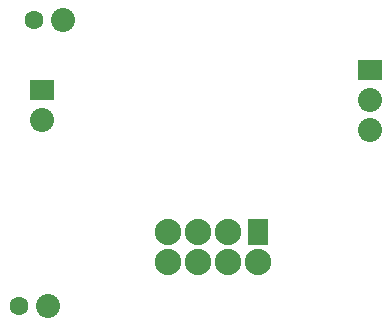
<source format=gbr>
%TF.GenerationSoftware,KiCad,Pcbnew,9.0.6-9.0.6~ubuntu24.04.1*%
%TF.CreationDate,2025-12-31T19:02:38+05:30*%
%TF.ProjectId,wled-esp01-controller,776c6564-2d65-4737-9030-312d636f6e74,rev?*%
%TF.SameCoordinates,PX5ee3fe0PY57f9f90*%
%TF.FileFunction,Soldermask,Top*%
%TF.FilePolarity,Negative*%
%FSLAX46Y46*%
G04 Gerber Fmt 4.6, Leading zero omitted, Abs format (unit mm)*
G04 Created by KiCad (PCBNEW 9.0.6-9.0.6~ubuntu24.04.1) date 2025-12-31 19:02:38*
%MOMM*%
%LPD*%
G01*
G04 APERTURE LIST*
G04 Aperture macros list*
%AMRoundRect*
0 Rectangle with rounded corners*
0 $1 Rounding radius*
0 $2 $3 $4 $5 $6 $7 $8 $9 X,Y pos of 4 corners*
0 Add a 4 corners polygon primitive as box body*
4,1,4,$2,$3,$4,$5,$6,$7,$8,$9,$2,$3,0*
0 Add four circle primitives for the rounded corners*
1,1,$1+$1,$2,$3*
1,1,$1+$1,$4,$5*
1,1,$1+$1,$6,$7*
1,1,$1+$1,$8,$9*
0 Add four rect primitives between the rounded corners*
20,1,$1+$1,$2,$3,$4,$5,0*
20,1,$1+$1,$4,$5,$6,$7,0*
20,1,$1+$1,$6,$7,$8,$9,0*
20,1,$1+$1,$8,$9,$2,$3,0*%
G04 Aperture macros list end*
%ADD10R,2.040000X1.700000*%
%ADD11C,2.040000*%
%ADD12C,1.600000*%
%ADD13RoundRect,0.102000X0.754000X1.020000X-0.754000X1.020000X-0.754000X-1.020000X0.754000X-1.020000X0*%
%ADD14C,2.244000*%
G04 APERTURE END LIST*
D10*
%TO.C,J2*%
X34500000Y24250000D03*
D11*
X34500000Y21710000D03*
X34500000Y19170000D03*
%TD*%
%TO.C,C1*%
X8500000Y28500000D03*
D12*
X6000000Y28500000D03*
%TD*%
D13*
%TO.C,U2*%
X25005000Y10540000D03*
D14*
X22465000Y10540000D03*
X19925000Y10540000D03*
X17385000Y10540000D03*
X17385000Y8000000D03*
X19925000Y8000000D03*
X22465000Y8000000D03*
X25005000Y8000000D03*
%TD*%
D10*
%TO.C,J1*%
X6750000Y22540000D03*
D11*
X6750000Y20000000D03*
%TD*%
%TO.C,C2*%
X7250000Y4250000D03*
D12*
X4750000Y4250000D03*
%TD*%
M02*

</source>
